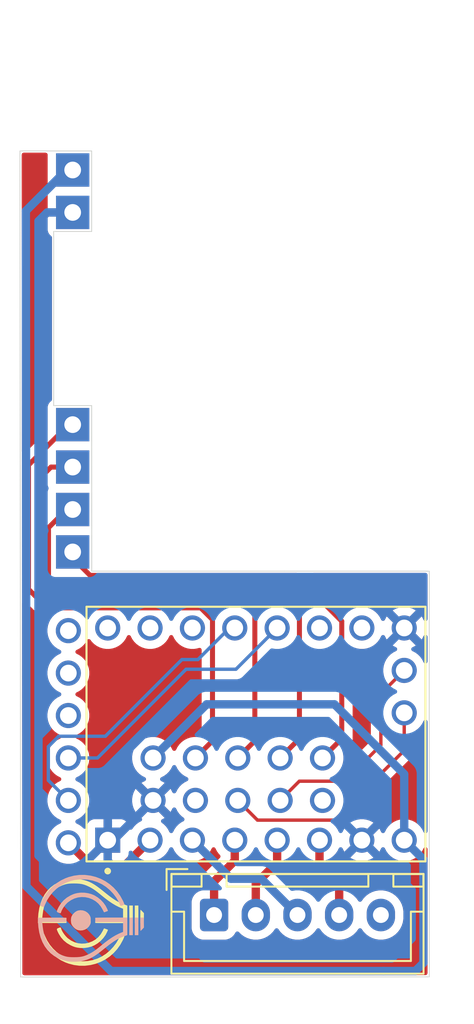
<source format=kicad_pcb>
(kicad_pcb (version 20241229) (generator "pcbnew") (generator_version "9.0")
  (title_block (title "POE Roller blind controller") (comment 4 "AISLER Project ID: BUSMFTRC"))
  (layers (0 "F.Cu" mixed) (2 "B.Cu" mixed) (13 "F.Paste" user) (15 "B.Paste" user) (5 "F.SilkS" user "F.Silkscreen") (7 "B.SilkS" user "B.Silkscreen") (1 "F.Mask" user) (3 "B.Mask" user) (25 "Edge.Cuts" user))
  (net 0 "")
  (net 7 "+3.3V")
  (net 8 "GND")
  (net 9 "+5V")
  (net 10 "INDEX")
  (net 11 "DIAG")
  (net 12 "Net-(J1-Pin_4)")
  (net 13 "Net-(J1-Pin_2)")
  (net 14 "Net-(J1-Pin_1)")
  (net 15 "Net-(J1-Pin_3)")
  (net 16 "TMC_TX")
  (net 17 "TMC_RX")
  (net 18 "Net-(U1-VC2-)")
  (net 19 "Net-(U1-VC1-)")
  (net 24 "Net-(U1-VC1+)")
  (net 25 "Net-(U1-VC2+)")
  (footprint "Connector_JST:JST_XH_B5B-XH-A_1x05_P2.50mm_Vertical" (layer "F.Cu") (at 106.378 83.602)
    (property "Reference" "J1" (hide yes))
    (property "Value" "Conn_01x05")
    (fp_line (start -2.85 -2.75) (end -2.85 -1.5) (stroke (width 0.12)) (layer "F.SilkS"))
    (fp_line (start -2.56 -2.46) (end -2.56 3.51) (stroke (width 0.12)) (layer "F.SilkS"))
    (fp_line (start -2.56 3.51) (end 12.56 3.51) (stroke (width 0.12)) (layer "F.SilkS"))
    (fp_line (start -2.55 -2.45) (end -2.55 -1.7) (stroke (width 0.12)) (layer "F.SilkS"))
    (fp_line (start -2.55 -1.7) (end -0.75 -1.7) (stroke (width 0.12)) (layer "F.SilkS"))
    (fp_line (start -2.55 -0.2) (end -1.8 -0.2) (stroke (width 0.12)) (layer "F.SilkS"))
    (fp_line (start -1.8 -0.2) (end -1.8 2.75) (stroke (width 0.12)) (layer "F.SilkS"))
    (fp_line (start -1.8 2.75) (end 5 2.75) (stroke (width 0.12)) (layer "F.SilkS"))
    (fp_line (start -1.6 -2.75) (end -2.85 -2.75) (stroke (width 0.12)) (layer "F.SilkS"))
    (fp_line (start -0.75 -2.45) (end -2.55 -2.45) (stroke (width 0.12)) (layer "F.SilkS"))
    (fp_line (start -0.75 -1.7) (end -0.75 -2.45) (stroke (width 0.12)) (layer "F.SilkS"))
    (fp_line (start 0.75 -2.45) (end 0.75 -1.7) (stroke (width 0.12)) (layer "F.SilkS"))
    (fp_line (start 0.75 -1.7) (end 9.25 -1.7) (stroke (width 0.12)) (layer "F.SilkS"))
    (fp_line (start 9.25 -2.45) (end 0.75 -2.45) (stroke (width 0.12)) (layer "F.SilkS"))
    (fp_line (start 9.25 -1.7) (end 9.25 -2.45) (stroke (width 0.12)) (layer "F.SilkS"))
    (fp_line (start 10.75 -2.45) (end 10.75 -1.7) (stroke (width 0.12)) (layer "F.SilkS"))
    (fp_line (start 10.75 -1.7) (end 12.55 -1.7) (stroke (width 0.12)) (layer "F.SilkS"))
    (fp_line (start 11.8 -0.2) (end 11.8 2.75) (stroke (width 0.12)) (layer "F.SilkS"))
    (fp_line (start 11.8 2.75) (end 5 2.75) (stroke (width 0.12)) (layer "F.SilkS"))
    (fp_line (start 12.55 -2.45) (end 10.75 -2.45) (stroke (width 0.12)) (layer "F.SilkS"))
    (fp_line (start 12.55 -1.7) (end 12.55 -2.45) (stroke (width 0.12)) (layer "F.SilkS"))
    (fp_line (start 12.55 -0.2) (end 11.8 -0.2) (stroke (width 0.12)) (layer "F.SilkS"))
    (fp_line (start 12.56 -2.46) (end -2.56 -2.46) (stroke (width 0.12)) (layer "F.SilkS"))
    (fp_line (start 12.56 3.51) (end 12.56 -2.46) (stroke (width 0.12)) (layer "F.SilkS"))
    (pad "1" thru_hole roundrect (at 0 0) (size 1.7 1.95) (drill 0.95) (layers "*.Cu" "*.Mask") (roundrect_rratio 0.147059) (net 14 "Net-(J1-Pin_1)"))
    (pad "2" thru_hole oval (at 2.5 0) (size 1.7 1.95) (drill 0.95) (layers "*.Cu" "*.Mask") (net 13 "Net-(J1-Pin_2)"))
    (pad "3" thru_hole oval (at 5 0) (size 1.7 1.95) (drill 0.95) (layers "*.Cu" "*.Mask") (net 15 "Net-(J1-Pin_3)"))
    (pad "4" thru_hole oval (at 7.5 0) (size 1.7 1.95) (drill 0.95) (layers "*.Cu" "*.Mask") (net 12 "Net-(J1-Pin_4)"))
    (pad "5" thru_hole oval (at 10 0) (size 1.7 1.95) (drill 0.95) (layers "*.Cu" "*.Mask"))
  )
  (footprint "Logos:Logo" (layer "F.Cu") (at 98.77 83.97 90)
    (property "Reference" "G***" (hide yes))
    (property "Value" "LOGO" (hide yes))
    (fp_poly (pts (xy 0.937846 2.627604) (xy 0.937846 2.735384) (xy 0.409286 2.735384) (xy -0.119273 2.735384) (xy -0.113368 2.632807) (xy -0.107462 2.53023) (xy 0.415192 2.525027) (xy 0.937846 2.519823)) (fill yes) (layer "F.SilkS"))
    (fp_poly (pts (xy 0.937846 2.960077) (xy 0.937846 3.067538) (xy 0.423333 3.067538) (xy 0.285296 3.067062) (xy 0.160267 3.065722) (xy 0.053518 3.063647) (xy -0.029681 3.060967) (xy -0.084059 3.057814) (xy -0.104205 3.054512) (xy -0.111845 3.028803) (xy -0.116532 2.978212) (xy -0.117231 2.947051) (xy -0.117231 2.852615) (xy 0.410307 2.852615) (xy 0.937846 2.852615)) (fill yes) (layer "F.SilkS"))
    (fp_poly (pts (xy 0.403629 3.185327) (xy 0.509489 3.186884) (xy 0.595112 3.189269) (xy 0.654719 3.192306) (xy 0.682534 3.195823) (xy 0.683846 3.196797) (xy 0.670722 3.21522) (xy 0.636164 3.252471) (xy 0.587391 3.300807) (xy 0.582698 3.305295) (xy 0.48155 3.401765) (xy 0.192227 3.39777) (xy 0.089918 3.395721) (xy 0.002106 3.392757) (xy -0.064091 3.389212) (xy -0.101559 3.38542) (xy -0.107164 3.383708) (xy -0.113051 3.359869) (xy -0.116676 3.310607) (xy -0.117231 3.279205) (xy -0.117231 3.184769) (xy 0.283307 3.184769)) (fill yes) (layer "F.SilkS"))
    (fp_poly (pts (xy 0.201009 -0.961503) (xy 0.260175 -0.945818) (xy 0.356702 -0.897118) (xy 0.452896 -0.821285) (xy 0.53751 -0.728705) (xy 0.596855 -0.634844) (xy 0.62624 -0.566028) (xy 0.642021 -0.500627) (xy 0.64775 -0.421059) (xy 0.648023 -0.381563) (xy 0.631655 -0.228777) (xy 0.582691 -0.095644) (xy 0.499414 0.022133) (xy 0.477296 0.045427) (xy 0.395605 0.117582) (xy 0.313297 0.165653) (xy 0.218805 0.19429) (xy 0.100561 0.20814) (xy 0.068384 0.209739) (xy -0.021707 0.211967) (xy -0.085821 0.208705) (xy -0.136886 0.19808) (xy -0.187835 0.178219) (xy -0.205154 0.17012) (xy -0.330727 0.09008) (xy -0.431044 -0.01448) (xy -0.503762 -0.137463) (xy -0.54654 -0.272772) (xy -0.557034 -0.414308) (xy -0.532903 -0.555975) (xy -0.50899 -0.620739) (xy -0.452489 -0.715077) (xy -0.371526 -0.806641) (xy -0.277525 -0.884701) (xy -0.181905 -0.938527) (xy -0.16329 -0.945543) (xy -0.050223 -0.969878) (xy 0.077596 -0.975202)) (fill yes) (layer "F.SilkS"))
    (fp_poly (pts (xy -0.459576 -1.813) (xy -0.435521 -1.787779) (xy -0.414722 -1.744098) (xy -0.408861 -1.729154) (xy -0.383105 -1.657443) (xy -0.374247 -1.613175) (xy -0.383116 -1.588172) (xy -0.410542 -1.574256) (xy -0.424962 -1.570424) (xy -0.53168 -1.532278) (xy -0.651688 -1.468839) (xy -0.775543 -1.386597) (xy -0.893798 -1.292041) (xy -0.99701 -1.19166) (xy -1.028124 -1.156) (xy -1.160543 -0.967155) (xy -1.257538 -0.765261) (xy -1.318956 -0.554096) (xy -1.34464 -0.337437) (xy -1.334435 -0.119063) (xy -1.288188 0.097248) (xy -1.205741 0.307718) (xy -1.095914 0.495673) (xy -0.958095 0.661797) (xy -0.789766 0.804924) (xy -0.593397 0.923014) (xy -0.556447 0.940901) (xy -0.494407 0.971589) (xy -0.449272 0.99707) (xy -0.430014 1.01224) (xy -0.429856 1.012957) (xy -0.436094 1.035082) (xy -0.451703 1.08059) (xy -0.472046 1.136842) (xy -0.492483 1.1912) (xy -0.508376 1.231026) (xy -0.514607 1.243847) (xy -0.532776 1.238773) (xy -0.576896 1.222409) (xy -0.628434 1.20192) (xy -0.822311 1.103281) (xy -1.006781 0.97127) (xy -1.176016 0.811429) (xy -1.324192 0.629298) (xy -1.445482 0.430418) (xy -1.451015 0.419584) (xy -1.523456 0.242241) (xy -1.575241 0.043076) (xy -1.604192 -0.165303) (xy -1.608129 -0.370284) (xy -1.60175 -0.452774) (xy -1.580334 -0.603845) (xy -1.549334 -0.735046) (xy -1.503805 -0.863101) (xy -1.438799 -1.004735) (xy -1.438057 -1.006231) (xy -1.3105 -1.221718) (xy -1.155371 -1.409639) (xy -0.9721 -1.570563) (xy -0.760117 -1.705059) (xy -0.713154 -1.729372) (xy -0.613678 -1.777947) (xy -0.542415 -1.80808) (xy -0.493128 -1.819766)) (fill yes) (layer "F.SilkS"))
    (fp_poly (pts (xy -0.82117 -2.806298) (xy -0.803017 -2.772746) (xy -0.782467 -2.718333) (xy -0.781488 -2.715711) (xy -0.759891 -2.654132) (xy -0.746714 -2.60889) (xy -0.744726 -2.590438) (xy -0.765255 -2.580426) (xy -0.812643 -2.560285) (xy -0.877333 -2.534056) (xy -0.889 -2.529426) (xy -1.157754 -2.402387) (xy -1.408507 -2.242175) (xy -1.63828 -2.051695) (xy -1.844091 -1.833851) (xy -2.02296 -1.591545) (xy -2.171904 -1.327683) (xy -2.212091 -1.240693) (xy -2.303541 -0.99628) (xy -2.364507 -0.746521) (xy -2.396771 -0.482496) (xy -2.403231 -0.283308) (xy -2.384818 0.026679) (xy -2.329959 0.323917) (xy -2.239224 0.606966) (xy -2.113185 0.874386) (xy -1.952413 1.124738) (xy -1.757477 1.356583) (xy -1.749873 1.364521) (xy -1.533557 1.567553) (xy -1.306151 1.739527) (xy -1.072007 1.87738) (xy -0.925804 1.944192) (xy -0.866437 1.970606) (xy -0.82502 1.993402) (xy -0.811134 2.006572) (xy -0.817247 2.032442) (xy -0.832678 2.082446) (xy -0.846897 2.124807) (xy -0.876702 2.193917) (xy -0.905347 2.224943) (xy -0.914994 2.226985) (xy -0.945658 2.218724) (xy -1.002181 2.196778) (xy -1.075432 2.164861) (xy -1.128803 2.139996) (xy -1.414805 1.982401) (xy -1.675652 1.796059) (xy -1.909788 1.583302) (xy -2.115656 1.346457) (xy -2.2917 1.087857) (xy -2.436363 0.80983) (xy -2.548088 0.514708) (xy -2.625318 0.20482) (xy -2.666497 -0.117504) (xy -2.669432 -0.166077) (xy -2.666177 -0.479812) (xy -2.624093 -0.793296) (xy -2.543413 -1.105191) (xy -2.471649 -1.303306) (xy -2.342428 -1.573173) (xy -2.179333 -1.829951) (xy -1.986544 -2.069429) (xy -1.768237 -2.287398) (xy -1.52859 -2.479647) (xy -1.27178 -2.641966) (xy -1.02577 -2.760497) (xy -0.939226 -2.796089) (xy -0.881477 -2.81654) (xy -0.844724 -2.82042)) (fill yes) (layer "F.SilkS"))
    (fp_poly (pts (xy 0.107461 -2.954102) (xy 0.455872 -2.929574) (xy 0.780364 -2.876373) (xy 1.080181 -2.795048) (xy 1.354567 -2.686142) (xy 1.602768 -2.550202) (xy 1.824028 -2.387774) (xy 2.017591 -2.199403) (xy 2.182702 -1.985636) (xy 2.318605 -1.747017) (xy 2.424544 -1.484093) (xy 2.492841 -1.230923) (xy 2.513314 -1.098292) (xy 2.525293 -0.940469) (xy 2.528748 -0.770414) (xy 2.523648 -0.601083) (xy 2.509961 -0.445436) (xy 2.49492 -0.349855) (xy 2.456467 -0.17985) (xy 2.409513 -0.022179) (xy 2.351089 0.128736) (xy 2.278228 0.278472) (xy 2.187961 0.432607) (xy 2.077319 0.596719) (xy 1.943334 0.776386) (xy 1.799203 0.957384) (xy 1.645362 1.148353) (xy 1.514916 1.31569) (xy 1.404697 1.464426) (xy 1.311539 1.599592) (xy 1.232275 1.726218) (xy 1.163739 1.849336) (xy 1.102763 1.973975) (xy 1.046181 2.105166) (xy 0.996669 2.232269) (xy 0.932658 2.40323) (xy 0.407714 2.40323) (xy -0.117231 2.40323) (xy -0.117231 1.446999) (xy -0.116941 1.257517) (xy -0.116108 1.080181) (xy -0.11479 0.918772) (xy -0.113044 0.777073) (xy -0.110929 0.658866) (xy -0.1085 0.567933) (xy -0.105817 0.508056) (xy -0.102935 0.483017) (xy -0.102577 0.482532) (xy -0.076728 0.479626) (xy -0.024098 0.4803) (xy 0.034192 0.483727) (xy 0.156307 0.493158) (xy 0.156307 1.321194) (xy 0.156307 2.14923) (xy 0.449868 2.14923) (xy 0.743428 2.14923) (xy 0.763389 2.0955) (xy 0.846259 1.896121) (xy 0.948011 1.695348) (xy 1.071455 1.488708) (xy 1.219395 1.271726) (xy 1.394638 1.039929) (xy 1.532569 0.869464) (xy 1.660154 0.713287) (xy 1.765082 0.579572) (xy 1.851507 0.462348) (xy 1.92358 0.355643) (xy 1.985454 0.253489) (xy 2.04128 0.149915) (xy 2.062499 0.107461) (xy 2.131458 -0.042593) (xy 2.18265 -0.179178) (xy 2.218387 -0.312921) (xy 2.240982 -0.454453) (xy 2.252749 -0.614403) (xy 2.255991 -0.781539) (xy 2.25387 -0.947559) (xy 2.245503 -1.085356) (xy 2.22908 -1.205532) (xy 2.202792 -1.318689) (xy 2.16483 -1.435428) (xy 2.128241 -1.530151) (xy 2.015478 -1.757219) (xy 1.869969 -1.963694) (xy 1.693113 -2.147984) (xy 1.48631 -2.308499) (xy 1.390642 -2.368571) (xy 1.21796 -2.460138) (xy 1.037655 -2.534613) (xy 0.842758 -2.593987) (xy 0.626299 -2.64025) (xy 0.381309 -2.675396) (xy 0.278423 -2.686334) (xy 0.156307 -2.698248) (xy 0.156307 -1.977069) (xy 0.156307 -1.255889) (xy 0.034192 -1.244671) (xy -0.031854 -1.240972) (xy -0.081798 -1.242548) (xy -0.102788 -1.248029) (xy -0.105795 -1.270037) (xy -0.108368 -1.327059) (xy -0.110461 -1.415037) (xy -0.112028 -1.529909) (xy -0.113023 -1.667617) (xy -0.1134 -1.8241) (xy -0.113114 -1.995298) (xy -0.112557 -2.111341) (xy -0.107462 -2.960077)) (fill yes) (layer "F.SilkS"))
  )
  (footprint "TMC2209_SILENTSTEPSTICK:MODULE_TMC2209_SILENTSTEPSTICK" (layer "F.Cu") (at 108.888 72.772 90)
    (property "Reference" "U3" (hide yes))
    (property "Value" "TMC2209_SILENTSTEPSTICK")
    (fp_line (start 7.62 -10.16) (end 7.62 10.16) (stroke (width 0.127)) (layer "F.SilkS"))
    (fp_line (start -7.62 -10.16) (end 7.62 -10.16) (stroke (width 0.127)) (layer "F.SilkS"))
    (fp_line (start 7.62 10.16) (end -7.62 10.16) (stroke (width 0.127)) (layer "F.SilkS"))
    (fp_line (start -7.62 10.16) (end -7.62 -10.16) (stroke (width 0.127)) (layer "F.SilkS"))
    (fp_circle (center -8.2 -8.89) (end -8.1 -8.89) (stroke (width 0.2)) (fill no) (layer "F.SilkS"))
    (pad "1" thru_hole rect (at -6.35 -8.89 90) (size 1.508 1.508) (drill 1) (layers "*.Cu" "*.Mask") (net 8 "GND"))
    (pad "2" thru_hole circle (at -6.35 -6.35 90) (size 1.508 1.508) (drill 1) (layers "*.Cu" "*.Mask") (net 7 "+3.3V"))
    (pad "3" thru_hole circle (at -6.35 -3.81 90) (size 1.508 1.508) (drill 1) (layers "*.Cu" "*.Mask") (net 15 "Net-(J1-Pin_3)"))
    (pad "4" thru_hole circle (at -6.35 -1.27 90) (size 1.508 1.508) (drill 1) (layers "*.Cu" "*.Mask") (net 14 "Net-(J1-Pin_1)"))
    (pad "5" thru_hole circle (at -6.35 1.27 90) (size 1.508 1.508) (drill 1) (layers "*.Cu" "*.Mask") (net 13 "Net-(J1-Pin_2)"))
    (pad "6" thru_hole circle (at -6.35 3.81 90) (size 1.508 1.508) (drill 1) (layers "*.Cu" "*.Mask") (net 12 "Net-(J1-Pin_4)"))
    (pad "7" thru_hole circle (at -6.35 6.35 90) (size 1.508 1.508) (drill 1) (layers "*.Cu" "*.Mask") (net 8 "GND"))
    (pad "8" thru_hole circle (at -6.35 8.89 90) (size 1.508 1.508) (drill 1) (layers "*.Cu" "*.Mask") (net 9 "+5V"))
    (pad "9" thru_hole circle (at 6.35 -8.89 90) (size 1.508 1.508) (drill 1) (layers "*.Cu" "*.Mask"))
    (pad "10" thru_hole circle (at 6.35 -6.35 90) (size 1.508 1.508) (drill 1) (layers "*.Cu" "*.Mask"))
    (pad "11" thru_hole circle (at 6.35 -3.81 90) (size 1.508 1.508) (drill 1) (layers "*.Cu" "*.Mask"))
    (pad "12" thru_hole circle (at 6.35 -1.27 90) (size 1.508 1.508) (drill 1) (layers "*.Cu" "*.Mask") (net 17 "TMC_RX"))
    (pad "13" thru_hole circle (at 6.35 1.27 90) (size 1.508 1.508) (drill 1) (layers "*.Cu" "*.Mask") (net 16 "TMC_TX"))
    (pad "14" thru_hole circle (at 6.35 3.81 90) (size 1.508 1.508) (drill 1) (layers "*.Cu" "*.Mask"))
    (pad "15" thru_hole circle (at 6.35 6.35 90) (size 1.508 1.508) (drill 1) (layers "*.Cu" "*.Mask"))
    (pad "16" thru_hole circle (at 6.35 8.89 90) (size 1.508 1.508) (drill 1) (layers "*.Cu" "*.Mask") (net 8 "GND"))
    (pad "17" thru_hole circle (at 1.27 8.89 90) (size 1.508 1.508) (drill 1) (layers "*.Cu" "*.Mask") (net 10 "INDEX"))
    (pad "18" thru_hole circle (at 3.81 8.89 90) (size 1.508 1.508) (drill 1) (layers "*.Cu" "*.Mask") (net 11 "DIAG"))
  )
  (footprint "M5Stack_POE:M5Stack_POE_module" (layer "B.Cu") (at 97.898 61.872)
    (property "Reference" "U2" (hide yes))
    (property "Value" "~")
    (pad "1" thru_hole trapezoid (at 0 0) (size 2 2) (drill 1) (layers "*.Cu" "*.Mask") (net 19 "Net-(U1-VC1-)"))
    (pad "2" thru_hole trapezoid (at 0 -2.54) (size 2 2) (drill 1) (layers "*.Cu" "*.Mask") (net 24 "Net-(U1-VC1+)"))
    (pad "3" thru_hole trapezoid (at 0 -5.08) (size 2 2) (drill 1) (layers "*.Cu" "*.Mask") (net 18 "Net-(U1-VC2-)"))
    (pad "4" thru_hole trapezoid (at 0 -7.62) (size 2 2) (drill 1) (layers "*.Cu" "*.Mask") (net 25 "Net-(U1-VC2+)"))
    (pad "5" thru_hole trapezoid (at 0 -20.32) (size 2 2) (drill 1) (layers "*.Cu" "*.Mask") (net 8 "GND"))
    (pad "6" thru_hole trapezoid (at 0 -22.86) (size 2 2) (drill 1) (layers "*.Cu" "*.Mask") (net 9 "+5V"))
  )
  (footprint "Logos:Logo" (layer "B.Cu") (at 98.77 83.87 -90)
    (property "Reference" "G***" (hide yes))
    (property "Value" "LOGO" (hide yes))
    (fp_poly (pts (xy 0.937846 -2.627604) (xy 0.937846 -2.735384) (xy 0.409286 -2.735384) (xy -0.119273 -2.735384) (xy -0.113368 -2.632807) (xy -0.107462 -2.53023) (xy 0.415192 -2.525027) (xy 0.937846 -2.519823)) (fill yes) (layer "B.SilkS"))
    (fp_poly (pts (xy 0.937846 -2.960077) (xy 0.937846 -3.067538) (xy 0.423333 -3.067538) (xy 0.285296 -3.067062) (xy 0.160267 -3.065722) (xy 0.053518 -3.063647) (xy -0.029681 -3.060967) (xy -0.084059 -3.057814) (xy -0.104205 -3.054512) (xy -0.111845 -3.028803) (xy -0.116532 -2.978212) (xy -0.117231 -2.947051) (xy -0.117231 -2.852615) (xy 0.410307 -2.852615) (xy 0.937846 -2.852615)) (fill yes) (layer "B.SilkS"))
    (fp_poly (pts (xy 0.403629 -3.185327) (xy 0.509489 -3.186884) (xy 0.595112 -3.189269) (xy 0.654719 -3.192306) (xy 0.682534 -3.195823) (xy 0.683846 -3.196797) (xy 0.670722 -3.21522) (xy 0.636164 -3.252471) (xy 0.587391 -3.300807) (xy 0.582698 -3.305295) (xy 0.48155 -3.401765) (xy 0.192227 -3.39777) (xy 0.089918 -3.395721) (xy 0.002106 -3.392757) (xy -0.064091 -3.389212) (xy -0.101559 -3.38542) (xy -0.107164 -3.383708) (xy -0.113051 -3.359869) (xy -0.116676 -3.310607) (xy -0.117231 -3.279205) (xy -0.117231 -3.184769) (xy 0.283307 -3.184769)) (fill yes) (layer "B.SilkS"))
    (fp_poly (pts (xy 0.201009 0.961503) (xy 0.260175 0.945818) (xy 0.356702 0.897118) (xy 0.452896 0.821285) (xy 0.53751 0.728705) (xy 0.596855 0.634844) (xy 0.62624 0.566028) (xy 0.642021 0.500627) (xy 0.64775 0.421059) (xy 0.648023 0.381563) (xy 0.631655 0.228777) (xy 0.582691 0.095644) (xy 0.499414 -0.022133) (xy 0.477296 -0.045427) (xy 0.395605 -0.117582) (xy 0.313297 -0.165653) (xy 0.218805 -0.19429) (xy 0.100561 -0.20814) (xy 0.068384 -0.209739) (xy -0.021707 -0.211967) (xy -0.085821 -0.208705) (xy -0.136886 -0.19808) (xy -0.187835 -0.178219) (xy -0.205154 -0.17012) (xy -0.330727 -0.09008) (xy -0.431044 0.01448) (xy -0.503762 0.137463) (xy -0.54654 0.272772) (xy -0.557034 0.414308) (xy -0.532903 0.555975) (xy -0.50899 0.620739) (xy -0.452489 0.715077) (xy -0.371526 0.806641) (xy -0.277525 0.884701) (xy -0.181905 0.938527) (xy -0.16329 0.945543) (xy -0.050223 0.969878) (xy 0.077596 0.975202)) (fill yes) (layer "B.SilkS"))
    (fp_poly (pts (xy -0.459576 1.813) (xy -0.435521 1.787779) (xy -0.414722 1.744098) (xy -0.408861 1.729154) (xy -0.383105 1.657443) (xy -0.374247 1.613175) (xy -0.383116 1.588172) (xy -0.410542 1.574256) (xy -0.424962 1.570424) (xy -0.53168 1.532278) (xy -0.651688 1.468839) (xy -0.775543 1.386597) (xy -0.893798 1.292041) (xy -0.99701 1.19166) (xy -1.028124 1.156) (xy -1.160543 0.967155) (xy -1.257538 0.765261) (xy -1.318956 0.554096) (xy -1.34464 0.337437) (xy -1.334435 0.119063) (xy -1.288188 -0.097248) (xy -1.205741 -0.307718) (xy -1.095914 -0.495673) (xy -0.958095 -0.661797) (xy -0.789766 -0.804924) (xy -0.593397 -0.923014) (xy -0.556447 -0.940901) (xy -0.494407 -0.971589) (xy -0.449272 -0.99707) (xy -0.430014 -1.01224) (xy -0.429856 -1.012957) (xy -0.436094 -1.035082) (xy -0.451703 -1.08059) (xy -0.472046 -1.136842) (xy -0.492483 -1.1912) (xy -0.508376 -1.231026) (xy -0.514607 -1.243847) (xy -0.532776 -1.238773) (xy -0.576896 -1.222409) (xy -0.628434 -1.20192) (xy -0.822311 -1.103281) (xy -1.006781 -0.97127) (xy -1.176016 -0.811429) (xy -1.324192 -0.629298) (xy -1.445482 -0.430418) (xy -1.451015 -0.419584) (xy -1.523456 -0.242241) (xy -1.575241 -0.043076) (xy -1.604192 0.165303) (xy -1.608129 0.370284) (xy -1.60175 0.452774) (xy -1.580334 0.603845) (xy -1.549334 0.735046) (xy -1.503805 0.863101) (xy -1.438799 1.004735) (xy -1.438057 1.006231) (xy -1.3105 1.221718) (xy -1.155371 1.409639) (xy -0.9721 1.570563) (xy -0.760117 1.705059) (xy -0.713154 1.729372) (xy -0.613678 1.777947) (xy -0.542415 1.80808) (xy -0.493128 1.819766)) (fill yes) (layer "B.SilkS"))
    (fp_poly (pts (xy -0.82117 2.806298) (xy -0.803017 2.772746) (xy -0.782467 2.718333) (xy -0.781488 2.715711) (xy -0.759891 2.654132) (xy -0.746714 2.60889) (xy -0.744726 2.590438) (xy -0.765255 2.580426) (xy -0.812643 2.560285) (xy -0.877333 2.534056) (xy -0.889 2.529426) (xy -1.157754 2.402387) (xy -1.408507 2.242175) (xy -1.63828 2.051695) (xy -1.844091 1.833851) (xy -2.02296 1.591545) (xy -2.171904 1.327683) (xy -2.212091 1.240693) (xy -2.303541 0.99628) (xy -2.364507 0.746521) (xy -2.396771 0.482496) (xy -2.403231 0.283308) (xy -2.384818 -0.026679) (xy -2.329959 -0.323917) (xy -2.239224 -0.606966) (xy -2.113185 -0.874386) (xy -1.952413 -1.124738) (xy -1.757477 -1.356583) (xy -1.749873 -1.364521) (xy -1.533557 -1.567553) (xy -1.306151 -1.739527) (xy -1.072007 -1.87738) (xy -0.925804 -1.944192) (xy -0.866437 -1.970606) (xy -0.82502 -1.993402) (xy -0.811134 -2.006572) (xy -0.817247 -2.032442) (xy -0.832678 -2.082446) (xy -0.846897 -2.124807) (xy -0.876702 -2.193917) (xy -0.905347 -2.224943) (xy -0.914994 -2.226985) (xy -0.945658 -2.218724) (xy -1.002181 -2.196778) (xy -1.075432 -2.164861) (xy -1.128803 -2.139996) (xy -1.414805 -1.982401) (xy -1.675652 -1.796059) (xy -1.909788 -1.583302) (xy -2.115656 -1.346457) (xy -2.2917 -1.087857) (xy -2.436363 -0.80983) (xy -2.548088 -0.514708) (xy -2.625318 -0.20482) (xy -2.666497 0.117504) (xy -2.669432 0.166077) (xy -2.666177 0.479812) (xy -2.624093 0.793296) (xy -2.543413 1.105191) (xy -2.471649 1.303306) (xy -2.342428 1.573173) (xy -2.179333 1.829951) (xy -1.986544 2.069429) (xy -1.768237 2.287398) (xy -1.52859 2.479647) (xy -1.27178 2.641966) (xy -1.02577 2.760497) (xy -0.939226 2.796089) (xy -0.881477 2.81654) (xy -0.844724 2.82042)) (fill yes) (layer "B.SilkS"))
    (fp_poly (pts (xy 0.107461 2.954102) (xy 0.455872 2.929574) (xy 0.780364 2.876373) (xy 1.080181 2.795048) (xy 1.354567 2.686142) (xy 1.602768 2.550202) (xy 1.824028 2.387774) (xy 2.017591 2.199403) (xy 2.182702 1.985636) (xy 2.318605 1.747017) (xy 2.424544 1.484093) (xy 2.492841 1.230923) (xy 2.513314 1.098292) (xy 2.525293 0.940469) (xy 2.528748 0.770414) (xy 2.523648 0.601083) (xy 2.509961 0.445436) (xy 2.49492 0.349855) (xy 2.456467 0.17985) (xy 2.409513 0.022179) (xy 2.351089 -0.128736) (xy 2.278228 -0.278472) (xy 2.187961 -0.432607) (xy 2.077319 -0.596719) (xy 1.943334 -0.776386) (xy 1.799203 -0.957384) (xy 1.645362 -1.148353) (xy 1.514916 -1.31569) (xy 1.404697 -1.464426) (xy 1.311539 -1.599592) (xy 1.232275 -1.726218) (xy 1.163739 -1.849336) (xy 1.102763 -1.973975) (xy 1.046181 -2.105166) (xy 0.996669 -2.232269) (xy 0.932658 -2.40323) (xy 0.407714 -2.40323) (xy -0.117231 -2.40323) (xy -0.117231 -1.446999) (xy -0.116941 -1.257517) (xy -0.116108 -1.080181) (xy -0.11479 -0.918772) (xy -0.113044 -0.777073) (xy -0.110929 -0.658866) (xy -0.1085 -0.567933) (xy -0.105817 -0.508056) (xy -0.102935 -0.483017) (xy -0.102577 -0.482532) (xy -0.076728 -0.479626) (xy -0.024098 -0.4803) (xy 0.034192 -0.483727) (xy 0.156307 -0.493158) (xy 0.156307 -1.321194) (xy 0.156307 -2.14923) (xy 0.449868 -2.14923) (xy 0.743428 -2.14923) (xy 0.763389 -2.0955) (xy 0.846259 -1.896121) (xy 0.948011 -1.695348) (xy 1.071455 -1.488708) (xy 1.219395 -1.271726) (xy 1.394638 -1.039929) (xy 1.532569 -0.869464) (xy 1.660154 -0.713287) (xy 1.765082 -0.579572) (xy 1.851507 -0.462348) (xy 1.92358 -0.355643) (xy 1.985454 -0.253489) (xy 2.04128 -0.149915) (xy 2.062499 -0.107461) (xy 2.131458 0.042593) (xy 2.18265 0.179178) (xy 2.218387 0.312921) (xy 2.240982 0.454453) (xy 2.252749 0.614403) (xy 2.255991 0.781539) (xy 2.25387 0.947559) (xy 2.245503 1.085356) (xy 2.22908 1.205532) (xy 2.202792 1.318689) (xy 2.16483 1.435428) (xy 2.128241 1.530151) (xy 2.015478 1.757219) (xy 1.869969 1.963694) (xy 1.693113 2.147984) (xy 1.48631 2.308499) (xy 1.390642 2.368571) (xy 1.21796 2.460138) (xy 1.037655 2.534613) (xy 0.842758 2.593987) (xy 0.626299 2.64025) (xy 0.381309 2.675396) (xy 0.278423 2.686334) (xy 0.156307 2.698248) (xy 0.156307 1.977069) (xy 0.156307 1.255889) (xy 0.034192 1.244671) (xy -0.031854 1.240972) (xy -0.081798 1.242548) (xy -0.102788 1.248029) (xy -0.105795 1.270037) (xy -0.108368 1.327059) (xy -0.110461 1.415037) (xy -0.112028 1.529909) (xy -0.113023 1.667617) (xy -0.1134 1.8241) (xy -0.113114 1.995298) (xy -0.112557 2.111341) (xy -0.107462 2.960077)) (fill yes) (layer "B.SilkS"))
  )
  (footprint "M5Stack_POE:M5Stack_POE_base" (layer "B.Cu") (at 107.798 74.202 180)
    (property "Reference" "U1" (hide yes))
    (property "Value" "~")
    (pad "a1" thru_hole circle (at 10.16 -5.08 180) (size 1.508 1.508) (drill 1) (layers "*.Cu" "*.Mask") (net 7 "+3.3V"))
    (pad "a2" thru_hole circle (at 10.16 -2.54 180) (size 1.508 1.508) (drill 1) (layers "*.Cu" "*.Mask") (net 17 "TMC_RX"))
    (pad "a3" thru_hole circle (at 10.16 0 180) (size 1.508 1.508) (drill 1) (layers "*.Cu" "*.Mask") (net 16 "TMC_TX"))
    (pad "a4" thru_hole circle (at 10.16 2.54 180) (size 1.508 1.508) (drill 1) (layers "*.Cu" "*.Mask"))
    (pad "a5" thru_hole circle (at 10.16 5.08 180) (size 1.508 1.508) (drill 1) (layers "*.Cu" "*.Mask"))
    (pad "a6" thru_hole circle (at 10.16 7.62 180) (size 1.508 1.508) (drill 1) (layers "*.Cu" "*.Mask"))
    (pad "b1" thru_hole circle (at -5.08 0 180) (size 1.508 1.508) (drill 1) (layers "*.Cu" "*.Mask") (net 19 "Net-(U1-VC1-)"))
    (pad "b2" thru_hole circle (at -5.08 -2.54 180) (size 1.508 1.508) (drill 1) (layers "*.Cu" "*.Mask"))
    (pad "b3" thru_hole circle (at -2.54 0 180) (size 1.508 1.508) (drill 1) (layers "*.Cu" "*.Mask") (net 24 "Net-(U1-VC1+)"))
    (pad "b4" thru_hole circle (at -2.54 -2.54 180) (size 1.508 1.508) (drill 1) (layers "*.Cu" "*.Mask") (net 11 "DIAG"))
    (pad "b5" thru_hole circle (at 0 0 180) (size 1.508 1.508) (drill 1) (layers "*.Cu" "*.Mask") (net 18 "Net-(U1-VC2-)"))
    (pad "b6" thru_hole circle (at 0 -2.54 180) (size 1.508 1.508) (drill 1) (layers "*.Cu" "*.Mask") (net 10 "INDEX"))
    (pad "b7" thru_hole circle (at 2.54 0 180) (size 1.508 1.508) (drill 1) (layers "*.Cu" "*.Mask") (net 25 "Net-(U1-VC2+)"))
    (pad "b8" thru_hole circle (at 2.54 -2.54 180) (size 1.508 1.508) (drill 1) (layers "*.Cu" "*.Mask"))
    (pad "b9" thru_hole circle (at 5.08 0 180) (size 1.508 1.508) (drill 1) (layers "*.Cu" "*.Mask") (net 9 "+5V"))
    (pad "b10" thru_hole circle (at 5.08 -2.54 180) (size 1.508 1.508) (drill 1) (layers "*.Cu" "*.Mask") (net 8 "GND"))
  )
  (gr_line (start 94.778 87.312) (end 119.278 87.302) (stroke (width 0.05)) (layer "Edge.Cuts"))
  (gr_line (start 94.738 37.872) (end 99.038 37.872) (stroke (width 0.05)) (layer "Edge.Cuts"))
  (gr_line (start 96.758 53.112) (end 99.038 53.112) (stroke (width 0.05)) (layer "Edge.Cuts"))
  (gr_line (start 119.278 87.302) (end 119.278 63.022) (stroke (width 0.05)) (layer "Edge.Cuts"))
  (gr_line (start 119.278 63.022) (end 110.5995 63.022) (stroke (width 0.05)) (layer "Edge.Cuts"))
  (gr_line (start 99.0425 63.022) (end 110.5995 63.022) (stroke (width 0.05)) (layer "Edge.Cuts"))
  (gr_line (start 99.038 53.112) (end 99.0425 63.022) (stroke (width 0.05)) (layer "Edge.Cuts"))
  (gr_line (start 99.038 42.692) (end 96.758 42.692) (stroke (width 0.05)) (layer "Edge.Cuts"))
  (gr_line (start 99.038 37.872) (end 99.038 42.692) (stroke (width 0.05)) (layer "Edge.Cuts"))
  (gr_line (start 96.758 42.692) (end 96.758 53.112) (stroke (width 0.05)) (layer "Edge.Cuts"))
  (gr_line (start 94.738 37.872) (end 94.778 87.312) (stroke (width 0.05)) (layer "Edge.Cuts"))
  (segment (start 100.878 80.782) (end 102.538 79.122) (width 0.5) (layer "F.Cu") (net 7))
  (segment (start 99.138 80.782) (end 100.878 80.782) (width 0.5) (layer "F.Cu") (net 7))
  (segment (start 97.638 79.282) (end 99.138 80.782) (width 0.5) (layer "F.Cu") (net 7))
  (segment (start 118.228 82.112) (end 115.238 79.122) (width 0.5) (layer "B.Cu") (net 8))
  (segment (start 100.008 74.922) (end 100.008 79.112) (width 0.5) (layer "B.Cu") (net 8))
  (segment (start 117.028 86.202) (end 118.228 85.002) (width 0.5) (layer "B.Cu") (net 8))
  (segment (start 118.228 85.002) (end 118.228 82.112) (width 0.5) (layer "B.Cu") (net 8))
  (segment (start 114.408 69.792) (end 105.138 69.792) (width 0.5) (layer "B.Cu") (net 8))
  (segment (start 117.778 66.422) (end 114.408 69.792) (width 0.5) (layer "B.Cu") (net 8))
  (segment (start 105.138 69.792) (end 100.008 74.922) (width 0.5) (layer "B.Cu") (net 8))
  (segment (start 105.824 86.202) (end 117.028 86.202) (width 0.5) (layer "B.Cu") (net 8))
  (segment (start 98.208 80.912) (end 99.998 79.122) (width 0.5) (layer "B.Cu") (net 8))
  (segment (start 100.008 79.112) (end 99.998 79.122) (width 0.5) (layer "B.Cu") (net 8))
  (segment (start 97.898 41.552) (end 96.368 41.552) (width 0.5) (layer "B.Cu") (net 8))
  (segment (start 95.848 80.042) (end 96.718 80.912) (width 0.5) (layer "B.Cu") (net 8))
  (segment (start 100.338 79.122) (end 102.718 76.742) (width 0.5) (layer "B.Cu") (net 8))
  (segment (start 99.998 79.122) (end 100.338 79.122) (width 0.5) (layer "B.Cu") (net 8))
  (segment (start 99.998 79.122) (end 99.998 80.376) (width 0.5) (layer "B.Cu") (net 8))
  (segment (start 95.848 42.072) (end 95.848 80.042) (width 0.5) (layer "B.Cu") (net 8))
  (segment (start 96.368 41.552) (end 95.848 42.072) (width 0.5) (layer "B.Cu") (net 8))
  (segment (start 96.718 80.912) (end 98.208 80.912) (width 0.5) (layer "B.Cu") (net 8))
  (segment (start 99.998 80.376) (end 105.824 86.202) (width 0.5) (layer "B.Cu") (net 8))
  (segment (start 118.447661 86.952339) (end 118.928 86.472) (width 0.5) (layer "B.Cu") (net 9))
  (segment (start 116.507237 86.953131) (end 116.567237 86.953107) (width 0.5) (layer "B.Cu") (net 9))
  (segment (start 117.778 75.172) (end 113.598 70.992) (width 0.5) (layer "B.Cu") (net 9))
  (segment (start 97.538 39.012) (end 95.090903 41.459097) (width 0.5) (layer "B.Cu") (net 9))
  (segment (start 118.928 80.272) (end 117.778 79.122) (width 0.5) (layer "B.Cu") (net 9))
  (segment (start 118.928 86.472) (end 118.928 80.272) (width 0.5) (layer "B.Cu") (net 9))
  (segment (start 113.598 70.992) (end 105.928 70.992) (width 0.5) (layer "B.Cu") (net 9))
  (segment (start 117.778 79.122) (end 117.778 75.172) (width 0.5) (layer "B.Cu") (net 9))
  (segment (start 95.090903 41.459097) (end 95.119852 77.241489) (width 0.5) (layer "B.Cu") (net 9))
  (segment (start 100.189131 86.953131) (end 116.507237 86.953131) (width 0.5) (layer "B.Cu") (net 9))
  (segment (start 95.119852 77.241489) (end 95.123611 81.887611) (width 0.5) (layer "B.Cu") (net 9))
  (segment (start 95.123611 81.887611) (end 100.189131 86.953131) (width 0.5) (layer "B.Cu") (net 9))
  (segment (start 105.928 70.992) (end 102.718 74.202) (width 0.5) (layer "B.Cu") (net 9))
  (segment (start 97.898 39.012) (end 97.538 39.012) (width 0.5) (layer "B.Cu") (net 9))
  (segment (start 116.567237 86.953107) (end 118.447661 86.952339) (width 0.5) (layer "B.Cu") (net 9))
  (segment (start 113.608 77.922) (end 117.778 73.752) (width 0.2) (layer "F.Cu") (net 10))
  (segment (start 117.778 73.752) (end 117.778 71.502) (width 0.2) (layer "F.Cu") (net 10))
  (segment (start 108.978 77.922) (end 113.608 77.922) (width 0.2) (layer "F.Cu") (net 10))
  (segment (start 107.798 76.742) (end 108.978 77.922) (width 0.2) (layer "F.Cu") (net 10))
  (segment (start 114.218 75.592) (end 111.488 75.592) (width 0.2) (layer "F.Cu") (net 11))
  (segment (start 116.378 70.362) (end 116.378 73.432) (width 0.2) (layer "F.Cu") (net 11))
  (segment (start 117.778 68.962) (end 116.378 70.362) (width 0.2) (layer "F.Cu") (net 11))
  (segment (start 116.378 73.432) (end 114.218 75.592) (width 0.2) (layer "F.Cu") (net 11))
  (segment (start 111.488 75.592) (end 110.338 76.742) (width 0.2) (layer "F.Cu") (net 11))
  (segment (start 112.698 80.802) (end 113.878 81.982) (width 0.5) (layer "F.Cu") (net 12))
  (segment (start 112.698 79.122) (end 112.698 80.802) (width 0.5) (layer "F.Cu") (net 12))
  (segment (start 113.878 81.982) (end 113.878 83.602) (width 0.5) (layer "F.Cu") (net 12))
  (segment (start 110.158 80.452) (end 108.878 81.732) (width 0.5) (layer "F.Cu") (net 13))
  (segment (start 108.878 81.732) (end 108.878 83.602) (width 0.5) (layer "F.Cu") (net 13))
  (segment (start 110.158 79.122) (end 110.158 80.452) (width 0.5) (layer "F.Cu") (net 13))
  (segment (start 107.618 80.352) (end 106.378 81.592) (width 0.5) (layer "F.Cu") (net 14))
  (segment (start 107.618 79.122) (end 107.618 80.352) (width 0.5) (layer "F.Cu") (net 14))
  (segment (start 106.378 81.592) (end 106.378 83.602) (width 0.5) (layer "F.Cu") (net 14))
  (segment (start 105.078 79.122) (end 107.388 81.432) (width 0.5) (layer "B.Cu") (net 15))
  (segment (start 107.388 81.432) (end 109.208 81.432) (width 0.5) (layer "B.Cu") (net 15))
  (segment (start 109.208 81.432) (end 111.378 83.602) (width 0.5) (layer "B.Cu") (net 15))
  (segment (start 107.688 68.892) (end 104.698 68.892) (width 0.2) (layer "B.Cu") (net 16))
  (segment (start 99.388 74.202) (end 97.638 74.202) (width 0.2) (layer "B.Cu") (net 16))
  (segment (start 104.698 68.892) (end 99.388 74.202) (width 0.2) (layer "B.Cu") (net 16))
  (segment (start 110.158 66.422) (end 107.688 68.892) (width 0.2) (layer "B.Cu") (net 16))
  (segment (start 104.448 68.312) (end 99.858 72.902) (width 0.2) (layer "B.Cu") (net 17))
  (segment (start 107.618 66.422) (end 107.300182 66.422) (width 0.2) (layer "B.Cu") (net 17))
  (segment (start 96.438 73.522) (end 96.438 75.542) (width 0.2) (layer "B.Cu") (net 17))
  (segment (start 99.858 72.902) (end 97.058 72.902) (width 0.2) (layer "B.Cu") (net 17))
  (segment (start 97.058 72.902) (end 96.438 73.522) (width 0.2) (layer "B.Cu") (net 17))
  (segment (start 96.438 75.542) (end 97.638 76.742) (width 0.2) (layer "B.Cu") (net 17))
  (segment (start 105.410182 68.312) (end 104.448 68.312) (width 0.2) (layer "B.Cu") (net 17))
  (segment (start 107.300182 66.422) (end 105.410182 68.312) (width 0.2) (layer "B.Cu") (net 17))
  (segment (start 108.822 73.178) (end 107.798 74.202) (width 0.3) (layer "F.Cu") (net 18))
  (segment (start 96.598 56.792) (end 95.848 57.542) (width 0.3) (layer "F.Cu") (net 18))
  (segment (start 95.848 63.690528) (end 96.629472 64.472) (width 0.3) (layer "F.Cu") (net 18))
  (segment (start 108.822 65.126) (end 108.822 73.178) (width 0.3) (layer "F.Cu") (net 18))
  (segment (start 96.629472 64.472) (end 108.168 64.472) (width 0.3) (layer "F.Cu") (net 18))
  (segment (start 108.168 64.472) (end 108.822 65.126) (width 0.3) (layer "F.Cu") (net 18))
  (segment (start 97.898 56.792) (end 96.598 56.792) (width 0.3) (layer "F.Cu") (net 18))
  (segment (start 95.848 57.542) (end 95.848 63.690528) (width 0.3) (layer "F.Cu") (net 18))
  (segment (start 98.938947 63.272) (end 111.288 63.272) (width 0.3) (layer "F.Cu") (net 19))
  (segment (start 114.034 73.046) (end 112.878 74.202) (width 0.3) (layer "F.Cu") (net 19))
  (segment (start 97.898 62.231053) (end 98.938947 63.272) (width 0.3) (layer "F.Cu") (net 19))
  (segment (start 111.288 63.272) (end 114.034 66.018) (width 0.3) (layer "F.Cu") (net 19))
  (segment (start 114.034 66.018) (end 114.034 73.046) (width 0.3) (layer "F.Cu") (net 19))
  (segment (start 97.898 61.872) (end 97.898 62.231053) (width 0.3) (layer "F.Cu") (net 19))
  (segment (start 110.208 63.872) (end 111.494 65.158) (width 0.3) (layer "F.Cu") (net 24))
  (segment (start 97.898 59.332) (end 97.538 59.332) (width 0.3) (layer "F.Cu") (net 24))
  (segment (start 96.448 63.442) (end 96.878 63.872) (width 0.3) (layer "F.Cu") (net 24))
  (segment (start 97.538 59.332) (end 96.448 60.422) (width 0.3) (layer "F.Cu") (net 24))
  (segment (start 111.494 65.158) (end 111.494 73.046) (width 0.3) (layer "F.Cu") (net 24))
  (segment (start 111.494 73.046) (end 110.338 74.202) (width 0.3) (layer "F.Cu") (net 24))
  (segment (start 96.448 60.422) (end 96.448 63.442) (width 0.3) (layer "F.Cu") (net 24))
  (segment (start 96.878 63.872) (end 110.208 63.872) (width 0.3) (layer "F.Cu") (net 24))
  (segment (start 106.282 73.178) (end 105.258 74.202) (width 0.3) (layer "F.Cu") (net 25))
  (segment (start 95.248 64.102) (end 96.364 65.218) (width 0.3) (layer "F.Cu") (net 25))
  (segment (start 97.668 54.252) (end 95.248 56.672) (width 0.3) (layer "F.Cu") (net 25))
  (segment (start 96.364 65.218) (end 105.576714 65.218) (width 0.3) (layer "F.Cu") (net 25))
  (segment (start 106.282 65.923286) (end 106.282 73.178) (width 0.3) (layer "F.Cu") (net 25))
  (segment (start 97.898 54.252) (end 97.668 54.252) (width 0.3) (layer "F.Cu") (net 25))
  (segment (start 95.248 56.672) (end 95.248 64.102) (width 0.3) (layer "F.Cu") (net 25))
  (segment (start 105.576714 65.218) (end 106.282 65.923286) (width 0.3) (layer "F.Cu") (net 25))
  (zone (net 8) (net_name "GND") (layers "F.Cu" "B.Cu") (connect_pads (clearance 0.5)) (min_thickness 0.25) (fill yes (thermal_gap 0.5) (thermal_bridge_width 0.5))
    (polygon (pts (xy 119.59 62.77) (xy 99.62 62.64) (xy 99.81 37.14) (xy 93.54 37) (xy 94.07 88.47) (xy 119.84 88.3)))
  )
)
</source>
